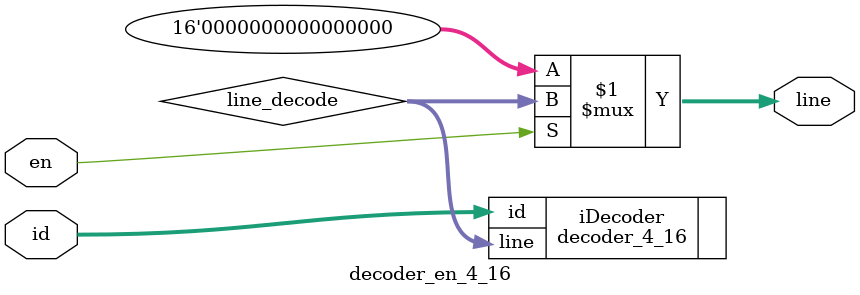
<source format=v>
/*
 * File name: decoder_4_16_en.v
 * File Type: Verilog Source
 * Module name: decoder_en_4_16(id,en,line)
 * Testbench: decoder_en_4_16_tb.sv
 * Author: Daniel Zhao
 * Date: 10/06/2023
 * Description: This file contains a 4:16 decoder module with enable. The module accepts a 4-bit encoding id and converts
 *              it to a 16-bit line only when the enable signal is asserted. If the enable signal is deasserted, the line
 *              output is set to 0.
 * Dependent files: decoder_4_16.v
 */
`default_nettype none
module decoder_en_4_16 (id,en,line);
    
    // Inputs
    input wire [3:0] id; // 4-bit encoding id
    input wire en; // enable signal

    // Outputs
    output wire [15:0] line; // 16-bit line

    // Internal wires
    wire [15:0] line_decode; // 16-bit line from decoder

    // Assignments
    assign line = en ? line_decode : 16'h0000; // Only output the line when enable is asserted

    // Instantiations
    decoder_4_16 iDecoder (.id(id), .line(line_decode)); // Instantiate a 4:16 decoder
endmodule
`default_nettype wire
</source>
